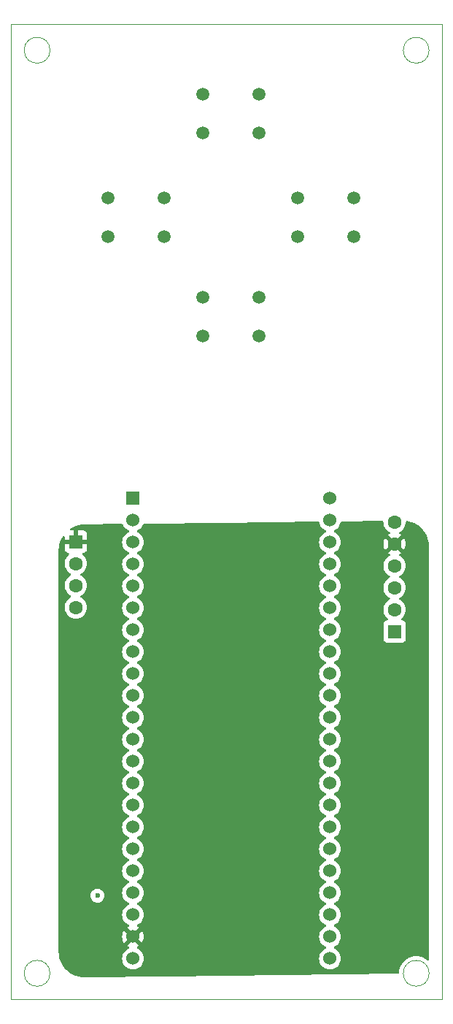
<source format=gbr>
%TF.GenerationSoftware,KiCad,Pcbnew,8.0.6*%
%TF.CreationDate,2024-11-20T17:32:44-08:00*%
%TF.ProjectId,hardware_password,68617264-7761-4726-955f-70617373776f,rev?*%
%TF.SameCoordinates,Original*%
%TF.FileFunction,Copper,L3,Inr*%
%TF.FilePolarity,Positive*%
%FSLAX46Y46*%
G04 Gerber Fmt 4.6, Leading zero omitted, Abs format (unit mm)*
G04 Created by KiCad (PCBNEW 8.0.6) date 2024-11-20 17:32:44*
%MOMM*%
%LPD*%
G01*
G04 APERTURE LIST*
%TA.AperFunction,ComponentPad*%
%ADD10C,1.507998*%
%TD*%
%TA.AperFunction,ComponentPad*%
%ADD11R,1.605000X1.605000*%
%TD*%
%TA.AperFunction,ComponentPad*%
%ADD12C,1.605000*%
%TD*%
%TA.AperFunction,ComponentPad*%
%ADD13R,1.530000X1.530000*%
%TD*%
%TA.AperFunction,ComponentPad*%
%ADD14C,1.530000*%
%TD*%
%TA.AperFunction,ViaPad*%
%ADD15C,0.600000*%
%TD*%
%TA.AperFunction,Conductor*%
%ADD16C,0.200000*%
%TD*%
%TA.AperFunction,Profile*%
%ADD17C,0.100000*%
%TD*%
G04 APERTURE END LIST*
D10*
%TO.N,/IO10*%
%TO.C,SW2*%
X110249999Y-58604900D03*
X116750001Y-58604900D03*
%TO.N,GND*%
X110249999Y-63104901D03*
X116750001Y-63104901D03*
%TD*%
D11*
%TO.N,/5V*%
%TO.C,J1*%
X95500000Y-110460000D03*
D12*
%TO.N,/SDA*%
X95500000Y-113000000D03*
%TO.N,/SCL*%
X95500000Y-115540000D03*
%TO.N,GND*%
X95500000Y-118080000D03*
%TD*%
D13*
%TO.N,Net-(U1-3V3-PadJ1_1)*%
%TO.C,U1*%
X102140000Y-105440000D03*
D14*
X102140000Y-107980000D03*
%TO.N,unconnected-(U1-RST-PadJ1_3)*%
X102140000Y-110520000D03*
%TO.N,/SDA*%
X102140000Y-113060000D03*
%TO.N,/SCL*%
X102140000Y-115600000D03*
%TO.N,unconnected-(U1-GPIO6-PadJ1_6)*%
X102140000Y-118140000D03*
%TO.N,unconnected-(U1-GPIO7-PadJ1_7)*%
X102140000Y-120680000D03*
%TO.N,/IO15*%
X102140000Y-123220000D03*
%TO.N,unconnected-(U1-GPIO16-PadJ1_9)*%
X102140000Y-125760000D03*
%TO.N,unconnected-(U1-GPIO17-PadJ1_10)*%
X102140000Y-128300000D03*
%TO.N,unconnected-(U1-GPIO18-PadJ1_11)*%
X102140000Y-130840000D03*
%TO.N,unconnected-(U1-GPIO8-PadJ1_12)*%
X102140000Y-133380000D03*
%TO.N,unconnected-(U1-GPIO3-PadJ1_13)*%
X102140000Y-135920000D03*
%TO.N,unconnected-(U1-GPIO46-PadJ1_14)*%
X102140000Y-138460000D03*
%TO.N,unconnected-(U1-GPIO9-PadJ1_15)*%
X102140000Y-141000000D03*
%TO.N,/IO10*%
X102140000Y-143540000D03*
%TO.N,unconnected-(U1-GPIO11-PadJ1_17)*%
X102140000Y-146080000D03*
%TO.N,unconnected-(U1-GPIO12-PadJ1_18)*%
X102140000Y-148620000D03*
%TO.N,/IO13*%
X102140000Y-151160000D03*
%TO.N,/IO14*%
X102140000Y-153700000D03*
%TO.N,/5V*%
X102140000Y-156240000D03*
%TO.N,GND*%
X102140000Y-158780000D03*
X125000000Y-105440000D03*
%TO.N,unconnected-(U1-U0TXD{slash}GPIO43-PadJ3_2)*%
X125000000Y-107980000D03*
%TO.N,unconnected-(U1-U0RXD{slash}GPIO44-PadJ3_3)*%
X125000000Y-110520000D03*
%TO.N,/MISO*%
X125000000Y-113060000D03*
%TO.N,/MOSI*%
X125000000Y-115600000D03*
%TO.N,/SCK*%
X125000000Y-118140000D03*
%TO.N,/CS*%
X125000000Y-120680000D03*
%TO.N,unconnected-(U1-MTDO{slash}GPIO40-PadJ3_8)*%
X125000000Y-123220000D03*
%TO.N,unconnected-(U1-MTCK{slash}GPIO39-PadJ3_9)*%
X125000000Y-125760000D03*
%TO.N,unconnected-(U1-GPIO38-PadJ3_10)*%
X125000000Y-128300000D03*
%TO.N,unconnected-(U1-GPIO37-PadJ3_11)*%
X125000000Y-130840000D03*
%TO.N,unconnected-(U1-GPIO36-PadJ3_12)*%
X125000000Y-133380000D03*
%TO.N,unconnected-(U1-GPIO35-PadJ3_13)*%
X125000000Y-135920000D03*
%TO.N,unconnected-(U1-GPIO0-PadJ3_14)*%
X125000000Y-138460000D03*
%TO.N,unconnected-(U1-GPIO45-PadJ3_15)*%
X125000000Y-141000000D03*
%TO.N,unconnected-(U1-GPIO48-PadJ3_16)*%
X125000000Y-143540000D03*
%TO.N,unconnected-(U1-GPIO47-PadJ3_17)*%
X125000000Y-146080000D03*
%TO.N,unconnected-(U1-GPIO21-PadJ3_18)*%
X125000000Y-148620000D03*
%TO.N,unconnected-(U1-USB_D+{slash}GPIO20-PadJ3_19)*%
X125000000Y-151160000D03*
%TO.N,unconnected-(U1-USB_D-{slash}GPIO19-PadJ3_20)*%
X125000000Y-153700000D03*
%TO.N,GND*%
X125000000Y-156240000D03*
X125000000Y-158780000D03*
%TD*%
D10*
%TO.N,/IO13*%
%TO.C,SW4*%
X110249999Y-82104900D03*
X116750001Y-82104900D03*
%TO.N,GND*%
X110249999Y-86604901D03*
X116750001Y-86604901D03*
%TD*%
D11*
%TO.N,/CS*%
%TO.C,J2*%
X132500000Y-120879000D03*
D12*
%TO.N,/SCK*%
X132500000Y-118339000D03*
%TO.N,/MOSI*%
X132500000Y-115799000D03*
%TO.N,/MISO*%
X132500000Y-113259000D03*
%TO.N,/5V*%
X132500000Y-110719000D03*
%TO.N,GND*%
X132500000Y-108179000D03*
%TD*%
D10*
%TO.N,/IO14*%
%TO.C,SW1*%
X121249999Y-70604900D03*
X127750001Y-70604900D03*
%TO.N,GND*%
X121249999Y-75104901D03*
X127750001Y-75104901D03*
%TD*%
%TO.N,/IO15*%
%TO.C,SW3*%
X99249999Y-70604900D03*
X105750001Y-70604900D03*
%TO.N,GND*%
X99249999Y-75104901D03*
X105750001Y-75104901D03*
%TD*%
D15*
%TO.N,GND*%
X98000000Y-151500000D03*
%TD*%
D16*
%TO.N,/IO14*%
X121104900Y-70604900D02*
X121249999Y-70749999D01*
X121249999Y-70604900D02*
X121104900Y-70604900D01*
%TD*%
%TA.AperFunction,Conductor*%
%TO.N,/5V*%
G36*
X131134085Y-108082079D02*
G01*
X131180451Y-108134348D01*
X131191791Y-108176359D01*
X131211893Y-108406123D01*
X131211894Y-108406129D01*
X131270902Y-108626349D01*
X131270903Y-108626351D01*
X131270904Y-108626354D01*
X131338175Y-108770618D01*
X131367259Y-108832989D01*
X131367261Y-108832993D01*
X131498027Y-109019746D01*
X131498032Y-109019752D01*
X131659247Y-109180967D01*
X131659253Y-109180972D01*
X131846006Y-109311738D01*
X131846008Y-109311739D01*
X131846011Y-109311741D01*
X131877184Y-109326277D01*
X131899950Y-109336893D01*
X131952390Y-109383065D01*
X131971542Y-109450258D01*
X131951327Y-109517139D01*
X131899953Y-109561656D01*
X131846268Y-109586690D01*
X131772732Y-109638179D01*
X132342013Y-110207459D01*
X132293498Y-110220460D01*
X132171503Y-110290894D01*
X132071894Y-110390503D01*
X132001460Y-110512498D01*
X131988460Y-110561013D01*
X131419179Y-109991732D01*
X131367691Y-110065267D01*
X131271376Y-110271815D01*
X131271372Y-110271824D01*
X131212388Y-110491956D01*
X131212388Y-110491960D01*
X131192525Y-110718997D01*
X131192525Y-110719002D01*
X131212388Y-110946039D01*
X131212388Y-110946043D01*
X131271372Y-111166175D01*
X131271376Y-111166184D01*
X131367692Y-111372736D01*
X131367693Y-111372738D01*
X131419178Y-111446266D01*
X131419179Y-111446267D01*
X131988459Y-110876986D01*
X132001460Y-110925502D01*
X132071894Y-111047497D01*
X132171503Y-111147106D01*
X132293498Y-111217540D01*
X132342012Y-111230539D01*
X131772731Y-111799820D01*
X131846268Y-111851310D01*
X131899950Y-111876342D01*
X131952390Y-111922514D01*
X131971542Y-111989707D01*
X131951327Y-112056588D01*
X131899952Y-112101105D01*
X131846018Y-112126255D01*
X131846011Y-112126259D01*
X131659246Y-112257032D01*
X131498032Y-112418246D01*
X131367259Y-112605011D01*
X131367258Y-112605013D01*
X131270905Y-112811642D01*
X131211894Y-113031870D01*
X131211893Y-113031877D01*
X131192023Y-113258998D01*
X131192023Y-113259001D01*
X131211893Y-113486122D01*
X131211894Y-113486129D01*
X131270902Y-113706349D01*
X131270903Y-113706351D01*
X131270904Y-113706354D01*
X131333572Y-113840746D01*
X131367259Y-113912989D01*
X131367261Y-113912993D01*
X131498027Y-114099746D01*
X131498032Y-114099752D01*
X131659247Y-114260967D01*
X131659253Y-114260972D01*
X131846006Y-114391738D01*
X131846008Y-114391739D01*
X131846011Y-114391741D01*
X131879290Y-114407259D01*
X131899360Y-114416618D01*
X131951800Y-114462790D01*
X131970952Y-114529983D01*
X131950737Y-114596865D01*
X131899361Y-114641382D01*
X131846013Y-114666258D01*
X131846011Y-114666259D01*
X131659246Y-114797032D01*
X131498032Y-114958246D01*
X131367259Y-115145011D01*
X131367258Y-115145013D01*
X131270905Y-115351642D01*
X131211894Y-115571870D01*
X131211893Y-115571877D01*
X131192023Y-115798998D01*
X131192023Y-115799001D01*
X131211893Y-116026122D01*
X131211894Y-116026129D01*
X131270902Y-116246349D01*
X131270903Y-116246351D01*
X131270904Y-116246354D01*
X131333572Y-116380746D01*
X131367259Y-116452989D01*
X131367261Y-116452993D01*
X131498027Y-116639746D01*
X131498032Y-116639752D01*
X131659247Y-116800967D01*
X131659253Y-116800972D01*
X131846006Y-116931738D01*
X131846008Y-116931739D01*
X131846011Y-116931741D01*
X131879290Y-116947259D01*
X131899360Y-116956618D01*
X131951800Y-117002790D01*
X131970952Y-117069983D01*
X131950737Y-117136865D01*
X131899361Y-117181382D01*
X131846013Y-117206258D01*
X131846011Y-117206259D01*
X131659246Y-117337032D01*
X131498032Y-117498246D01*
X131367259Y-117685011D01*
X131367258Y-117685013D01*
X131270905Y-117891642D01*
X131211894Y-118111870D01*
X131211893Y-118111877D01*
X131192023Y-118338998D01*
X131192023Y-118339001D01*
X131211893Y-118566122D01*
X131211894Y-118566129D01*
X131270902Y-118786349D01*
X131270903Y-118786351D01*
X131270904Y-118786354D01*
X131333572Y-118920746D01*
X131367259Y-118992989D01*
X131367261Y-118992993D01*
X131498027Y-119179746D01*
X131498031Y-119179751D01*
X131659249Y-119340969D01*
X131678258Y-119354279D01*
X131721882Y-119408856D01*
X131729075Y-119478355D01*
X131697553Y-119540709D01*
X131637323Y-119576123D01*
X131620388Y-119579144D01*
X131590016Y-119582409D01*
X131455171Y-119632702D01*
X131455164Y-119632706D01*
X131339955Y-119718952D01*
X131339952Y-119718955D01*
X131253706Y-119834164D01*
X131253702Y-119834171D01*
X131203408Y-119969017D01*
X131197001Y-120028616D01*
X131197001Y-120028623D01*
X131197000Y-120028635D01*
X131197000Y-121729370D01*
X131197001Y-121729376D01*
X131203408Y-121788983D01*
X131253702Y-121923828D01*
X131253706Y-121923835D01*
X131339952Y-122039044D01*
X131339955Y-122039047D01*
X131455164Y-122125293D01*
X131455171Y-122125297D01*
X131590017Y-122175591D01*
X131590016Y-122175591D01*
X131596944Y-122176335D01*
X131649627Y-122182000D01*
X133350372Y-122181999D01*
X133409983Y-122175591D01*
X133544831Y-122125296D01*
X133660046Y-122039046D01*
X133746296Y-121923831D01*
X133796591Y-121788983D01*
X133803000Y-121729373D01*
X133802999Y-120028628D01*
X133796591Y-119969017D01*
X133757215Y-119863445D01*
X133746297Y-119834171D01*
X133746293Y-119834164D01*
X133660047Y-119718955D01*
X133660044Y-119718952D01*
X133544835Y-119632706D01*
X133544828Y-119632702D01*
X133409982Y-119582408D01*
X133409984Y-119582408D01*
X133379609Y-119579143D01*
X133315058Y-119552405D01*
X133275210Y-119495012D01*
X133272717Y-119425187D01*
X133308370Y-119365098D01*
X133321742Y-119354279D01*
X133340751Y-119340969D01*
X133501969Y-119179751D01*
X133632741Y-118992989D01*
X133729096Y-118786354D01*
X133788106Y-118566128D01*
X133807977Y-118339000D01*
X133788106Y-118111872D01*
X133729096Y-117891646D01*
X133632741Y-117685012D01*
X133567355Y-117591630D01*
X133501970Y-117498250D01*
X133429731Y-117426011D01*
X133340751Y-117337031D01*
X133340747Y-117337028D01*
X133340746Y-117337027D01*
X133153993Y-117206261D01*
X133153985Y-117206257D01*
X133100640Y-117181382D01*
X133048200Y-117135210D01*
X133029048Y-117068017D01*
X133049263Y-117001135D01*
X133100640Y-116956618D01*
X133105021Y-116954574D01*
X133153989Y-116931741D01*
X133340751Y-116800969D01*
X133501969Y-116639751D01*
X133632741Y-116452989D01*
X133729096Y-116246354D01*
X133788106Y-116026128D01*
X133807977Y-115799000D01*
X133788106Y-115571872D01*
X133729096Y-115351646D01*
X133632741Y-115145012D01*
X133567355Y-115051630D01*
X133501970Y-114958250D01*
X133429731Y-114886011D01*
X133340751Y-114797031D01*
X133340747Y-114797028D01*
X133340746Y-114797027D01*
X133153993Y-114666261D01*
X133153985Y-114666257D01*
X133100640Y-114641382D01*
X133048200Y-114595210D01*
X133029048Y-114528017D01*
X133049263Y-114461135D01*
X133100640Y-114416618D01*
X133105021Y-114414574D01*
X133153989Y-114391741D01*
X133340751Y-114260969D01*
X133501969Y-114099751D01*
X133632741Y-113912989D01*
X133729096Y-113706354D01*
X133788106Y-113486128D01*
X133807977Y-113259000D01*
X133788106Y-113031872D01*
X133729096Y-112811646D01*
X133632741Y-112605012D01*
X133567355Y-112511630D01*
X133501970Y-112418250D01*
X133429731Y-112346011D01*
X133340751Y-112257031D01*
X133340747Y-112257028D01*
X133340746Y-112257027D01*
X133153993Y-112126261D01*
X133153989Y-112126259D01*
X133100048Y-112101106D01*
X133047609Y-112054934D01*
X133028457Y-111987740D01*
X133048673Y-111920859D01*
X133100050Y-111876341D01*
X133153737Y-111851306D01*
X133227267Y-111799820D01*
X132657987Y-111230539D01*
X132706502Y-111217540D01*
X132828497Y-111147106D01*
X132928106Y-111047497D01*
X132998540Y-110925502D01*
X133011539Y-110876986D01*
X133580820Y-111446267D01*
X133632307Y-111372737D01*
X133728623Y-111166184D01*
X133728627Y-111166175D01*
X133787611Y-110946043D01*
X133787611Y-110946039D01*
X133807475Y-110719002D01*
X133807475Y-110718997D01*
X133787611Y-110491960D01*
X133787611Y-110491956D01*
X133728627Y-110271824D01*
X133728623Y-110271815D01*
X133632307Y-110065263D01*
X133632305Y-110065259D01*
X133580820Y-109991732D01*
X133011539Y-110561012D01*
X132998540Y-110512498D01*
X132928106Y-110390503D01*
X132828497Y-110290894D01*
X132706502Y-110220460D01*
X132657986Y-110207460D01*
X133227267Y-109638179D01*
X133227266Y-109638178D01*
X133153738Y-109586693D01*
X133153736Y-109586692D01*
X133100048Y-109561657D01*
X133047609Y-109515484D01*
X133028457Y-109448291D01*
X133048673Y-109381410D01*
X133100047Y-109336894D01*
X133153989Y-109311741D01*
X133340751Y-109180969D01*
X133501969Y-109019751D01*
X133632741Y-108832989D01*
X133729096Y-108626354D01*
X133788106Y-108406128D01*
X133807407Y-108185514D01*
X133832859Y-108120446D01*
X133889450Y-108079467D01*
X133950432Y-108073865D01*
X134131455Y-108102692D01*
X134145142Y-108105673D01*
X134458169Y-108192626D01*
X134471422Y-108197127D01*
X134772666Y-108318840D01*
X134785313Y-108324801D01*
X134930838Y-108403738D01*
X135070896Y-108479709D01*
X135082812Y-108487073D01*
X135349097Y-108673199D01*
X135360107Y-108681861D01*
X135603692Y-108896828D01*
X135613655Y-108906675D01*
X135831441Y-109147745D01*
X135840230Y-109158654D01*
X136027362Y-109419857D01*
X136029437Y-109422752D01*
X136036936Y-109434577D01*
X136045679Y-109450258D01*
X136195148Y-109718332D01*
X136201268Y-109730932D01*
X136326470Y-110030728D01*
X136331129Y-110043939D01*
X136421714Y-110355927D01*
X136424854Y-110369579D01*
X136479673Y-110689802D01*
X136481253Y-110703721D01*
X136499802Y-111031587D01*
X136500000Y-111038591D01*
X136500000Y-158876231D01*
X136480315Y-158943270D01*
X136427511Y-158989025D01*
X136358353Y-158998969D01*
X136301690Y-158975498D01*
X136084317Y-158812775D01*
X136084309Y-158812770D01*
X135833166Y-158675635D01*
X135833167Y-158675635D01*
X135711941Y-158630420D01*
X135565046Y-158575631D01*
X135565043Y-158575630D01*
X135565037Y-158575628D01*
X135285433Y-158514804D01*
X135000001Y-158494390D01*
X134999999Y-158494390D01*
X134714566Y-158514804D01*
X134434962Y-158575628D01*
X134166833Y-158675635D01*
X133915690Y-158812770D01*
X133915682Y-158812775D01*
X133686612Y-158984254D01*
X133686594Y-158984270D01*
X133484270Y-159186594D01*
X133484254Y-159186612D01*
X133312775Y-159415682D01*
X133312770Y-159415690D01*
X133175635Y-159666833D01*
X133075628Y-159934962D01*
X133014804Y-160214566D01*
X132999612Y-160426976D01*
X132975195Y-160492441D01*
X132919261Y-160534312D01*
X132877370Y-160542122D01*
X112895474Y-160774470D01*
X106020423Y-160854413D01*
X96538351Y-160964669D01*
X96531384Y-160964553D01*
X96426096Y-160959824D01*
X96203321Y-160949817D01*
X96189384Y-160948399D01*
X95868544Y-160897307D01*
X95854857Y-160894326D01*
X95541830Y-160807373D01*
X95528566Y-160802868D01*
X95227341Y-160681162D01*
X95214681Y-160675195D01*
X94929103Y-160520290D01*
X94917187Y-160512926D01*
X94650902Y-160326800D01*
X94639892Y-160318138D01*
X94396307Y-160103171D01*
X94386344Y-160093324D01*
X94347506Y-160050334D01*
X94168555Y-159852250D01*
X94159773Y-159841349D01*
X93970560Y-159577242D01*
X93963058Y-159565412D01*
X93804851Y-159281667D01*
X93798731Y-159269067D01*
X93687432Y-159002562D01*
X93673527Y-158969268D01*
X93668870Y-158956060D01*
X93578283Y-158644066D01*
X93575145Y-158630420D01*
X93520324Y-158310186D01*
X93518747Y-158296290D01*
X93500198Y-157968412D01*
X93500000Y-157961408D01*
X93500000Y-151499996D01*
X97194435Y-151499996D01*
X97194435Y-151500003D01*
X97214630Y-151679249D01*
X97214631Y-151679254D01*
X97274211Y-151849523D01*
X97354031Y-151976555D01*
X97370184Y-152002262D01*
X97497738Y-152129816D01*
X97650478Y-152225789D01*
X97748656Y-152260143D01*
X97820745Y-152285368D01*
X97820750Y-152285369D01*
X97999996Y-152305565D01*
X98000000Y-152305565D01*
X98000004Y-152305565D01*
X98179249Y-152285369D01*
X98179252Y-152285368D01*
X98179255Y-152285368D01*
X98349522Y-152225789D01*
X98502262Y-152129816D01*
X98629816Y-152002262D01*
X98725789Y-151849522D01*
X98785368Y-151679255D01*
X98794920Y-151594480D01*
X98805565Y-151500003D01*
X98805565Y-151499996D01*
X98785369Y-151320750D01*
X98785368Y-151320745D01*
X98725788Y-151150476D01*
X98629815Y-150997737D01*
X98502262Y-150870184D01*
X98349523Y-150774211D01*
X98179254Y-150714631D01*
X98179249Y-150714630D01*
X98000004Y-150694435D01*
X97999996Y-150694435D01*
X97820750Y-150714630D01*
X97820745Y-150714631D01*
X97650476Y-150774211D01*
X97497737Y-150870184D01*
X97370184Y-150997737D01*
X97274211Y-151150476D01*
X97214631Y-151320745D01*
X97214630Y-151320750D01*
X97194435Y-151499996D01*
X93500000Y-151499996D01*
X93500000Y-111468775D01*
X93500192Y-111461874D01*
X93501062Y-111446266D01*
X93518200Y-111138797D01*
X93519734Y-111125086D01*
X93572963Y-110809419D01*
X93576007Y-110795981D01*
X93663991Y-110488182D01*
X93668515Y-110475150D01*
X93717493Y-110355927D01*
X93790161Y-110179038D01*
X93796103Y-110166594D01*
X93949904Y-109885839D01*
X93957186Y-109874142D01*
X93972046Y-109852995D01*
X94026696Y-109809463D01*
X94096206Y-109802388D01*
X94158508Y-109834015D01*
X94193820Y-109894305D01*
X94197500Y-109924291D01*
X94197500Y-110210000D01*
X95026574Y-110210000D01*
X95001460Y-110253498D01*
X94965000Y-110389566D01*
X94965000Y-110530434D01*
X95001460Y-110666502D01*
X95026574Y-110710000D01*
X94197500Y-110710000D01*
X94197500Y-111310344D01*
X94203901Y-111369872D01*
X94203903Y-111369879D01*
X94254145Y-111504586D01*
X94254149Y-111504593D01*
X94340309Y-111619687D01*
X94340312Y-111619690D01*
X94455406Y-111705850D01*
X94455413Y-111705854D01*
X94590120Y-111756096D01*
X94590119Y-111756096D01*
X94621014Y-111759418D01*
X94685565Y-111786156D01*
X94725413Y-111843548D01*
X94727907Y-111913374D01*
X94692255Y-111973463D01*
X94678884Y-111984282D01*
X94659245Y-111998033D01*
X94498032Y-112159246D01*
X94367259Y-112346011D01*
X94367258Y-112346013D01*
X94270905Y-112552642D01*
X94211894Y-112772870D01*
X94211893Y-112772877D01*
X94192023Y-112999998D01*
X94192023Y-113000001D01*
X94211893Y-113227122D01*
X94211894Y-113227129D01*
X94270902Y-113447349D01*
X94270903Y-113447351D01*
X94270904Y-113447354D01*
X94292882Y-113494486D01*
X94367259Y-113653989D01*
X94367261Y-113653993D01*
X94498027Y-113840746D01*
X94498032Y-113840752D01*
X94659247Y-114001967D01*
X94659253Y-114001972D01*
X94846006Y-114132738D01*
X94846008Y-114132739D01*
X94846011Y-114132741D01*
X94890688Y-114153574D01*
X94899360Y-114157618D01*
X94951800Y-114203790D01*
X94970952Y-114270983D01*
X94950737Y-114337865D01*
X94899361Y-114382382D01*
X94846013Y-114407258D01*
X94846011Y-114407259D01*
X94659246Y-114538032D01*
X94498032Y-114699246D01*
X94367259Y-114886011D01*
X94367258Y-114886013D01*
X94270905Y-115092642D01*
X94211894Y-115312870D01*
X94211893Y-115312877D01*
X94192023Y-115539998D01*
X94192023Y-115540001D01*
X94211893Y-115767122D01*
X94211894Y-115767129D01*
X94270902Y-115987349D01*
X94270903Y-115987351D01*
X94270904Y-115987354D01*
X94292882Y-116034486D01*
X94367259Y-116193989D01*
X94367261Y-116193993D01*
X94498027Y-116380746D01*
X94498032Y-116380752D01*
X94659247Y-116541967D01*
X94659253Y-116541972D01*
X94846006Y-116672738D01*
X94846008Y-116672739D01*
X94846011Y-116672741D01*
X94890688Y-116693574D01*
X94899360Y-116697618D01*
X94951800Y-116743790D01*
X94970952Y-116810983D01*
X94950737Y-116877865D01*
X94899361Y-116922382D01*
X94846013Y-116947258D01*
X94846011Y-116947259D01*
X94659246Y-117078032D01*
X94498032Y-117239246D01*
X94367259Y-117426011D01*
X94367258Y-117426013D01*
X94270905Y-117632642D01*
X94211894Y-117852870D01*
X94211893Y-117852877D01*
X94192023Y-118079998D01*
X94192023Y-118080001D01*
X94211893Y-118307122D01*
X94211894Y-118307129D01*
X94270902Y-118527349D01*
X94270903Y-118527351D01*
X94270904Y-118527354D01*
X94292882Y-118574486D01*
X94367259Y-118733989D01*
X94367261Y-118733993D01*
X94498027Y-118920746D01*
X94498032Y-118920752D01*
X94659247Y-119081967D01*
X94659253Y-119081972D01*
X94846006Y-119212738D01*
X94846008Y-119212739D01*
X94846011Y-119212741D01*
X95052646Y-119309096D01*
X95272872Y-119368106D01*
X95435106Y-119382299D01*
X95499998Y-119387977D01*
X95500000Y-119387977D01*
X95500002Y-119387977D01*
X95556782Y-119383009D01*
X95727128Y-119368106D01*
X95947354Y-119309096D01*
X96153989Y-119212741D01*
X96340751Y-119081969D01*
X96501969Y-118920751D01*
X96632741Y-118733989D01*
X96729096Y-118527354D01*
X96788106Y-118307128D01*
X96807977Y-118080000D01*
X96788106Y-117852872D01*
X96729096Y-117632646D01*
X96632741Y-117426012D01*
X96501969Y-117239249D01*
X96340751Y-117078031D01*
X96340747Y-117078028D01*
X96340746Y-117078027D01*
X96153993Y-116947261D01*
X96153985Y-116947257D01*
X96100640Y-116922382D01*
X96048200Y-116876210D01*
X96029048Y-116809017D01*
X96049263Y-116742135D01*
X96100640Y-116697618D01*
X96105021Y-116695574D01*
X96153989Y-116672741D01*
X96340751Y-116541969D01*
X96501969Y-116380751D01*
X96632741Y-116193989D01*
X96729096Y-115987354D01*
X96788106Y-115767128D01*
X96807977Y-115540000D01*
X96788106Y-115312872D01*
X96729096Y-115092646D01*
X96632741Y-114886012D01*
X96501969Y-114699249D01*
X96340751Y-114538031D01*
X96340747Y-114538028D01*
X96340746Y-114538027D01*
X96153993Y-114407261D01*
X96153985Y-114407257D01*
X96100640Y-114382382D01*
X96048200Y-114336210D01*
X96029048Y-114269017D01*
X96049263Y-114202135D01*
X96100640Y-114157618D01*
X96105021Y-114155574D01*
X96153989Y-114132741D01*
X96340751Y-114001969D01*
X96501969Y-113840751D01*
X96632741Y-113653989D01*
X96729096Y-113447354D01*
X96788106Y-113227128D01*
X96807977Y-113000000D01*
X96788106Y-112772872D01*
X96729096Y-112552646D01*
X96632741Y-112346012D01*
X96501969Y-112159249D01*
X96340751Y-111998031D01*
X96340747Y-111998028D01*
X96321116Y-111984282D01*
X96277492Y-111929705D01*
X96270300Y-111860206D01*
X96301823Y-111797852D01*
X96362053Y-111762439D01*
X96378986Y-111759418D01*
X96409880Y-111756096D01*
X96544586Y-111705854D01*
X96544593Y-111705850D01*
X96659687Y-111619690D01*
X96659690Y-111619687D01*
X96745850Y-111504593D01*
X96745854Y-111504586D01*
X96796096Y-111369879D01*
X96796098Y-111369872D01*
X96802499Y-111310344D01*
X96802500Y-111310327D01*
X96802500Y-110710000D01*
X95973426Y-110710000D01*
X95998540Y-110666502D01*
X96035000Y-110530434D01*
X96035000Y-110389566D01*
X95998540Y-110253498D01*
X95973426Y-110210000D01*
X96802500Y-110210000D01*
X96802500Y-109609672D01*
X96802499Y-109609655D01*
X96796098Y-109550127D01*
X96796096Y-109550120D01*
X96745854Y-109415413D01*
X96745850Y-109415406D01*
X96659690Y-109300312D01*
X96659687Y-109300309D01*
X96544593Y-109214149D01*
X96544586Y-109214145D01*
X96409879Y-109163903D01*
X96409872Y-109163901D01*
X96350344Y-109157500D01*
X95750000Y-109157500D01*
X95750000Y-109986573D01*
X95706502Y-109961460D01*
X95570434Y-109925000D01*
X95429566Y-109925000D01*
X95293498Y-109961460D01*
X95250000Y-109986573D01*
X95250000Y-109157500D01*
X94966576Y-109157500D01*
X94899537Y-109137815D01*
X94853782Y-109085011D01*
X94843838Y-109015853D01*
X94872863Y-108952297D01*
X94905740Y-108925449D01*
X94956574Y-108896828D01*
X95169931Y-108776702D01*
X95182300Y-108770618D01*
X95476971Y-108645540D01*
X95489955Y-108640864D01*
X95796699Y-108549311D01*
X95810118Y-108546106D01*
X96125157Y-108489207D01*
X96138825Y-108487518D01*
X96461698Y-108465752D01*
X96468526Y-108465482D01*
X100865778Y-108414351D01*
X100933038Y-108433254D01*
X100979404Y-108485523D01*
X100979598Y-108485938D01*
X101039858Y-108615167D01*
X101166868Y-108796555D01*
X101323445Y-108953132D01*
X101504833Y-109080142D01*
X101515275Y-109085011D01*
X101628091Y-109137618D01*
X101680531Y-109183790D01*
X101699683Y-109250983D01*
X101679467Y-109317865D01*
X101628091Y-109362382D01*
X101504836Y-109419856D01*
X101504834Y-109419857D01*
X101323444Y-109546868D01*
X101166868Y-109703444D01*
X101039857Y-109884834D01*
X101039856Y-109884836D01*
X100946279Y-110085513D01*
X100946275Y-110085524D01*
X100888965Y-110299407D01*
X100888964Y-110299414D01*
X100869666Y-110519998D01*
X100869666Y-110520001D01*
X100888964Y-110740585D01*
X100888965Y-110740592D01*
X100946275Y-110954475D01*
X100946279Y-110954486D01*
X101036099Y-111147106D01*
X101039858Y-111155167D01*
X101166868Y-111336555D01*
X101323445Y-111493132D01*
X101504833Y-111620142D01*
X101566828Y-111649050D01*
X101628091Y-111677618D01*
X101680531Y-111723790D01*
X101699683Y-111790983D01*
X101679467Y-111857865D01*
X101628091Y-111902382D01*
X101504836Y-111959856D01*
X101504834Y-111959857D01*
X101323444Y-112086868D01*
X101166868Y-112243444D01*
X101039857Y-112424834D01*
X101039856Y-112424836D01*
X100946279Y-112625513D01*
X100946275Y-112625524D01*
X100888965Y-112839407D01*
X100888964Y-112839414D01*
X100869666Y-113059998D01*
X100869666Y-113060001D01*
X100888964Y-113280585D01*
X100888965Y-113280592D01*
X100946275Y-113494475D01*
X100946279Y-113494486D01*
X101020658Y-113653993D01*
X101039858Y-113695167D01*
X101166868Y-113876555D01*
X101323445Y-114033132D01*
X101504833Y-114160142D01*
X101566828Y-114189050D01*
X101628091Y-114217618D01*
X101680531Y-114263790D01*
X101699683Y-114330983D01*
X101679467Y-114397865D01*
X101628091Y-114442382D01*
X101504836Y-114499856D01*
X101504834Y-114499857D01*
X101323444Y-114626868D01*
X101166868Y-114783444D01*
X101039857Y-114964834D01*
X101039856Y-114964836D01*
X100946279Y-115165513D01*
X100946275Y-115165524D01*
X100888965Y-115379407D01*
X100888964Y-115379414D01*
X100869666Y-115599998D01*
X100869666Y-115600001D01*
X100888964Y-115820585D01*
X100888965Y-115820592D01*
X100946275Y-116034475D01*
X100946279Y-116034486D01*
X101020658Y-116193993D01*
X101039858Y-116235167D01*
X101166868Y-116416555D01*
X101323445Y-116573132D01*
X101504833Y-116700142D01*
X101566828Y-116729050D01*
X101628091Y-116757618D01*
X101680531Y-116803790D01*
X101699683Y-116870983D01*
X101679467Y-116937865D01*
X101628091Y-116982382D01*
X101504836Y-117039856D01*
X101504834Y-117039857D01*
X101323444Y-117166868D01*
X101166868Y-117323444D01*
X101039857Y-117504834D01*
X101039856Y-117504836D01*
X100946279Y-117705513D01*
X100946275Y-117705524D01*
X100888965Y-117919407D01*
X100888964Y-117919414D01*
X100869666Y-118139998D01*
X100869666Y-118140001D01*
X100888964Y-118360585D01*
X100888965Y-118360592D01*
X100946275Y-118574475D01*
X100946279Y-118574486D01*
X101020658Y-118733993D01*
X101039858Y-118775167D01*
X101166868Y-118956555D01*
X101323445Y-119113132D01*
X101504833Y-119240142D01*
X101566828Y-119269050D01*
X101628091Y-119297618D01*
X101680531Y-119343790D01*
X101699683Y-119410983D01*
X101679467Y-119477865D01*
X101628091Y-119522382D01*
X101504836Y-119579856D01*
X101504834Y-119579857D01*
X101323444Y-119706868D01*
X101166868Y-119863444D01*
X101039857Y-120044834D01*
X101039856Y-120044836D01*
X100946279Y-120245513D01*
X100946275Y-120245524D01*
X100888965Y-120459407D01*
X100888964Y-120459414D01*
X100869666Y-120679998D01*
X100869666Y-120680001D01*
X100888964Y-120900585D01*
X100888965Y-120900592D01*
X100946275Y-121114475D01*
X100946279Y-121114486D01*
X101039856Y-121315163D01*
X101039858Y-121315167D01*
X101166868Y-121496555D01*
X101323445Y-121653132D01*
X101504833Y-121780142D01*
X101523791Y-121788982D01*
X101628091Y-121837618D01*
X101680531Y-121883790D01*
X101699683Y-121950983D01*
X101679467Y-122017865D01*
X101628091Y-122062382D01*
X101504836Y-122119856D01*
X101504834Y-122119857D01*
X101323444Y-122246868D01*
X101166868Y-122403444D01*
X101039857Y-122584834D01*
X101039856Y-122584836D01*
X100946279Y-122785513D01*
X100946275Y-122785524D01*
X100888965Y-122999407D01*
X100888964Y-122999414D01*
X100869666Y-123219998D01*
X100869666Y-123220001D01*
X100888964Y-123440585D01*
X100888965Y-123440592D01*
X100946275Y-123654475D01*
X100946279Y-123654486D01*
X101039856Y-123855163D01*
X101039858Y-123855167D01*
X101166868Y-124036555D01*
X101323445Y-124193132D01*
X101504833Y-124320142D01*
X101566828Y-124349050D01*
X101628091Y-124377618D01*
X101680531Y-124423790D01*
X101699683Y-124490983D01*
X101679467Y-124557865D01*
X101628091Y-124602382D01*
X101504836Y-124659856D01*
X101504834Y-124659857D01*
X101323444Y-124786868D01*
X101166868Y-124943444D01*
X101039857Y-125124834D01*
X101039856Y-125124836D01*
X100946279Y-125325513D01*
X100946275Y-125325524D01*
X100888965Y-125539407D01*
X100888964Y-125539414D01*
X100869666Y-125759998D01*
X100869666Y-125760001D01*
X100888964Y-125980585D01*
X100888965Y-125980592D01*
X100946275Y-126194475D01*
X100946279Y-126194486D01*
X101039856Y-126395163D01*
X101039858Y-126395167D01*
X101166868Y-126576555D01*
X101323445Y-126733132D01*
X101504833Y-126860142D01*
X101566828Y-126889050D01*
X101628091Y-126917618D01*
X101680531Y-126963790D01*
X101699683Y-127030983D01*
X101679467Y-127097865D01*
X101628091Y-127142382D01*
X101504836Y-127199856D01*
X101504834Y-127199857D01*
X101323444Y-127326868D01*
X101166868Y-127483444D01*
X101039857Y-127664834D01*
X101039856Y-127664836D01*
X100946279Y-127865513D01*
X100946275Y-127865524D01*
X100888965Y-128079407D01*
X100888964Y-128079414D01*
X100869666Y-128299998D01*
X100869666Y-128300001D01*
X100888964Y-128520585D01*
X100888965Y-128520592D01*
X100946275Y-128734475D01*
X100946279Y-128734486D01*
X101039856Y-128935163D01*
X101039858Y-128935167D01*
X101166868Y-129116555D01*
X101323445Y-129273132D01*
X101504833Y-129400142D01*
X101566828Y-129429050D01*
X101628091Y-129457618D01*
X101680531Y-129503790D01*
X101699683Y-129570983D01*
X101679467Y-129637865D01*
X101628091Y-129682382D01*
X101504836Y-129739856D01*
X101504834Y-129739857D01*
X101323444Y-129866868D01*
X101166868Y-130023444D01*
X101039857Y-130204834D01*
X101039856Y-130204836D01*
X100946279Y-130405513D01*
X100946275Y-130405524D01*
X100888965Y-130619407D01*
X100888964Y-130619414D01*
X100869666Y-130839998D01*
X100869666Y-130840001D01*
X100888964Y-131060585D01*
X100888965Y-131060592D01*
X100946275Y-131274475D01*
X100946279Y-131274486D01*
X101039856Y-131475163D01*
X101039858Y-131475167D01*
X101166868Y-131656555D01*
X101323445Y-131813132D01*
X101504833Y-131940142D01*
X101566828Y-131969050D01*
X101628091Y-131997618D01*
X101680531Y-132043790D01*
X101699683Y-132110983D01*
X101679467Y-132177865D01*
X101628091Y-132222382D01*
X101504836Y-132279856D01*
X101504834Y-132279857D01*
X101323444Y-132406868D01*
X101166868Y-132563444D01*
X101039857Y-132744834D01*
X101039856Y-132744836D01*
X100946279Y-132945513D01*
X100946275Y-132945524D01*
X100888965Y-133159407D01*
X100888964Y-133159414D01*
X100869666Y-133379998D01*
X100869666Y-133380001D01*
X100888964Y-133600585D01*
X100888965Y-133600592D01*
X100946275Y-133814475D01*
X100946279Y-133814486D01*
X101039856Y-134015163D01*
X101039858Y-134015167D01*
X101166868Y-134196555D01*
X101323445Y-134353132D01*
X101504833Y-134480142D01*
X101566828Y-134509050D01*
X101628091Y-134537618D01*
X101680531Y-134583790D01*
X101699683Y-134650983D01*
X101679467Y-134717865D01*
X101628091Y-134762382D01*
X101504836Y-134819856D01*
X101504834Y-134819857D01*
X101323444Y-134946868D01*
X101166868Y-135103444D01*
X101039857Y-135284834D01*
X101039856Y-135284836D01*
X100946279Y-135485513D01*
X100946275Y-135485524D01*
X100888965Y-135699407D01*
X100888964Y-135699414D01*
X100869666Y-135919998D01*
X100869666Y-135920001D01*
X100888964Y-136140585D01*
X100888965Y-136140592D01*
X100946275Y-136354475D01*
X100946279Y-136354486D01*
X101039856Y-136555163D01*
X101039858Y-136555167D01*
X101166868Y-136736555D01*
X101323445Y-136893132D01*
X101504833Y-137020142D01*
X101566828Y-137049050D01*
X101628091Y-137077618D01*
X101680531Y-137123790D01*
X101699683Y-137190983D01*
X101679467Y-137257865D01*
X101628091Y-137302382D01*
X101504836Y-137359856D01*
X101504834Y-137359857D01*
X101323444Y-137486868D01*
X101166868Y-137643444D01*
X101039857Y-137824834D01*
X101039856Y-137824836D01*
X100946279Y-138025513D01*
X100946275Y-138025524D01*
X100888965Y-138239407D01*
X100888964Y-138239414D01*
X100869666Y-138459998D01*
X100869666Y-138460001D01*
X100888964Y-138680585D01*
X100888965Y-138680592D01*
X100946275Y-138894475D01*
X100946279Y-138894486D01*
X101039856Y-139095163D01*
X101039858Y-139095167D01*
X101166868Y-139276555D01*
X101323445Y-139433132D01*
X101504833Y-139560142D01*
X101566828Y-139589050D01*
X101628091Y-139617618D01*
X101680531Y-139663790D01*
X101699683Y-139730983D01*
X101679467Y-139797865D01*
X101628091Y-139842382D01*
X101504836Y-139899856D01*
X101504834Y-139899857D01*
X101323444Y-140026868D01*
X101166868Y-140183444D01*
X101039857Y-140364834D01*
X101039856Y-140364836D01*
X100946279Y-140565513D01*
X100946275Y-140565524D01*
X100888965Y-140779407D01*
X100888964Y-140779414D01*
X100869666Y-140999998D01*
X100869666Y-141000001D01*
X100888964Y-141220585D01*
X100888965Y-141220592D01*
X100946275Y-141434475D01*
X100946279Y-141434486D01*
X101039856Y-141635163D01*
X101039858Y-141635167D01*
X101166868Y-141816555D01*
X101323445Y-141973132D01*
X101504833Y-142100142D01*
X101566828Y-142129050D01*
X101628091Y-142157618D01*
X101680531Y-142203790D01*
X101699683Y-142270983D01*
X101679467Y-142337865D01*
X101628091Y-142382382D01*
X101504836Y-142439856D01*
X101504834Y-142439857D01*
X101323444Y-142566868D01*
X101166868Y-142723444D01*
X101039857Y-142904834D01*
X101039856Y-142904836D01*
X100946279Y-143105513D01*
X100946275Y-143105524D01*
X100888965Y-143319407D01*
X100888964Y-143319414D01*
X100869666Y-143539998D01*
X100869666Y-143540001D01*
X100888964Y-143760585D01*
X100888965Y-143760592D01*
X100946275Y-143974475D01*
X100946279Y-143974486D01*
X101039856Y-144175163D01*
X101039858Y-144175167D01*
X101166868Y-144356555D01*
X101323445Y-144513132D01*
X101504833Y-144640142D01*
X101566828Y-144669050D01*
X101628091Y-144697618D01*
X101680531Y-144743790D01*
X101699683Y-144810983D01*
X101679467Y-144877865D01*
X101628091Y-144922382D01*
X101504836Y-144979856D01*
X101504834Y-144979857D01*
X101323444Y-145106868D01*
X101166868Y-145263444D01*
X101039857Y-145444834D01*
X101039856Y-145444836D01*
X100946279Y-145645513D01*
X100946275Y-145645524D01*
X100888965Y-145859407D01*
X100888964Y-145859414D01*
X100869666Y-146079998D01*
X100869666Y-146080001D01*
X100888964Y-146300585D01*
X100888965Y-146300592D01*
X100946275Y-146514475D01*
X100946279Y-146514486D01*
X101039856Y-146715163D01*
X101039858Y-146715167D01*
X101166868Y-146896555D01*
X101323445Y-147053132D01*
X101504833Y-147180142D01*
X101566828Y-147209050D01*
X101628091Y-147237618D01*
X101680531Y-147283790D01*
X101699683Y-147350983D01*
X101679467Y-147417865D01*
X101628091Y-147462382D01*
X101504836Y-147519856D01*
X101504834Y-147519857D01*
X101323444Y-147646868D01*
X101166868Y-147803444D01*
X101039857Y-147984834D01*
X101039856Y-147984836D01*
X100946279Y-148185513D01*
X100946275Y-148185524D01*
X100888965Y-148399407D01*
X100888964Y-148399414D01*
X100869666Y-148619998D01*
X100869666Y-148620001D01*
X100888964Y-148840585D01*
X100888965Y-148840592D01*
X100946275Y-149054475D01*
X100946279Y-149054486D01*
X101039856Y-149255163D01*
X101039858Y-149255167D01*
X101166868Y-149436555D01*
X101323445Y-149593132D01*
X101504833Y-149720142D01*
X101566828Y-149749050D01*
X101628091Y-149777618D01*
X101680531Y-149823790D01*
X101699683Y-149890983D01*
X101679467Y-149957865D01*
X101628091Y-150002382D01*
X101504836Y-150059856D01*
X101504834Y-150059857D01*
X101323444Y-150186868D01*
X101166868Y-150343444D01*
X101039857Y-150524834D01*
X101039856Y-150524836D01*
X100946279Y-150725513D01*
X100946275Y-150725524D01*
X100888965Y-150939407D01*
X100888964Y-150939414D01*
X100869666Y-151159998D01*
X100869666Y-151160001D01*
X100888964Y-151380585D01*
X100888965Y-151380592D01*
X100946275Y-151594475D01*
X100946279Y-151594486D01*
X101039856Y-151795163D01*
X101039858Y-151795167D01*
X101166868Y-151976555D01*
X101323445Y-152133132D01*
X101504833Y-152260142D01*
X101558931Y-152285368D01*
X101628091Y-152317618D01*
X101680531Y-152363790D01*
X101699683Y-152430983D01*
X101679467Y-152497865D01*
X101628091Y-152542382D01*
X101504836Y-152599856D01*
X101504834Y-152599857D01*
X101323444Y-152726868D01*
X101166868Y-152883444D01*
X101039857Y-153064834D01*
X101039856Y-153064836D01*
X100946279Y-153265513D01*
X100946275Y-153265524D01*
X100888965Y-153479407D01*
X100888964Y-153479414D01*
X100869666Y-153699998D01*
X100869666Y-153700001D01*
X100888964Y-153920585D01*
X100888965Y-153920592D01*
X100946275Y-154134475D01*
X100946279Y-154134486D01*
X101039856Y-154335163D01*
X101039858Y-154335167D01*
X101166868Y-154516555D01*
X101323445Y-154673132D01*
X101504833Y-154800142D01*
X101628682Y-154857893D01*
X101681122Y-154904065D01*
X101700274Y-154971258D01*
X101680059Y-155038139D01*
X101628683Y-155082657D01*
X101505084Y-155140293D01*
X101439657Y-155186104D01*
X102002424Y-155748871D01*
X101943147Y-155764755D01*
X101826853Y-155831898D01*
X101731898Y-155926853D01*
X101664755Y-156043147D01*
X101648871Y-156102424D01*
X101086104Y-155539657D01*
X101040293Y-155605084D01*
X100946749Y-155805690D01*
X100946745Y-155805699D01*
X100889461Y-156019490D01*
X100889459Y-156019500D01*
X100870168Y-156239999D01*
X100870168Y-156240000D01*
X100889459Y-156460499D01*
X100889461Y-156460509D01*
X100946745Y-156674300D01*
X100946749Y-156674309D01*
X101040295Y-156874919D01*
X101086103Y-156940341D01*
X101086105Y-156940342D01*
X101648871Y-156377575D01*
X101664755Y-156436853D01*
X101731898Y-156553147D01*
X101826853Y-156648102D01*
X101943147Y-156715245D01*
X102002424Y-156731128D01*
X101439656Y-157293894D01*
X101505083Y-157339706D01*
X101505085Y-157339707D01*
X101628683Y-157397342D01*
X101681122Y-157443514D01*
X101700274Y-157510708D01*
X101680058Y-157577589D01*
X101628683Y-157622106D01*
X101504833Y-157679857D01*
X101323444Y-157806868D01*
X101166868Y-157963444D01*
X101039857Y-158144834D01*
X101039856Y-158144836D01*
X100946279Y-158345513D01*
X100946275Y-158345524D01*
X100888965Y-158559407D01*
X100888964Y-158559414D01*
X100869666Y-158779998D01*
X100869666Y-158780001D01*
X100888964Y-159000585D01*
X100888965Y-159000592D01*
X100946275Y-159214475D01*
X100946279Y-159214486D01*
X101039856Y-159415163D01*
X101039858Y-159415167D01*
X101166868Y-159596555D01*
X101323445Y-159753132D01*
X101504833Y-159880142D01*
X101622379Y-159934954D01*
X101705513Y-159973720D01*
X101705515Y-159973720D01*
X101705520Y-159973723D01*
X101919409Y-160031035D01*
X102076974Y-160044820D01*
X102139998Y-160050334D01*
X102140000Y-160050334D01*
X102140002Y-160050334D01*
X102195147Y-160045509D01*
X102360591Y-160031035D01*
X102574480Y-159973723D01*
X102775167Y-159880142D01*
X102956555Y-159753132D01*
X103113132Y-159596555D01*
X103240142Y-159415167D01*
X103333723Y-159214480D01*
X103391035Y-159000591D01*
X103410334Y-158780000D01*
X103391035Y-158559409D01*
X103333723Y-158345520D01*
X103240142Y-158144833D01*
X103113132Y-157963445D01*
X102956555Y-157806868D01*
X102775167Y-157679858D01*
X102775163Y-157679856D01*
X102651317Y-157622106D01*
X102598877Y-157575934D01*
X102579725Y-157508741D01*
X102599941Y-157441859D01*
X102651317Y-157397342D01*
X102774912Y-157339708D01*
X102774914Y-157339707D01*
X102840342Y-157293894D01*
X102277575Y-156731127D01*
X102336853Y-156715245D01*
X102453147Y-156648102D01*
X102548102Y-156553147D01*
X102615245Y-156436853D01*
X102631128Y-156377575D01*
X103193894Y-156940342D01*
X103239706Y-156874915D01*
X103333250Y-156674309D01*
X103333254Y-156674300D01*
X103390538Y-156460509D01*
X103390540Y-156460499D01*
X103409832Y-156240000D01*
X103409832Y-156239999D01*
X103390540Y-156019500D01*
X103390538Y-156019490D01*
X103333254Y-155805699D01*
X103333250Y-155805690D01*
X103239707Y-155605085D01*
X103239706Y-155605083D01*
X103193894Y-155539657D01*
X103193894Y-155539656D01*
X102631127Y-156102423D01*
X102615245Y-156043147D01*
X102548102Y-155926853D01*
X102453147Y-155831898D01*
X102336853Y-155764755D01*
X102277575Y-155748872D01*
X102840342Y-155186105D01*
X102840341Y-155186103D01*
X102774919Y-155140295D01*
X102651316Y-155082657D01*
X102598877Y-155036484D01*
X102579725Y-154969291D01*
X102599941Y-154902410D01*
X102651312Y-154857895D01*
X102775167Y-154800142D01*
X102956555Y-154673132D01*
X103113132Y-154516555D01*
X103240142Y-154335167D01*
X103333723Y-154134480D01*
X103391035Y-153920591D01*
X103410334Y-153700000D01*
X103391035Y-153479409D01*
X103333723Y-153265520D01*
X103240142Y-153064833D01*
X103113132Y-152883445D01*
X102956555Y-152726868D01*
X102775167Y-152599858D01*
X102651907Y-152542381D01*
X102599468Y-152496210D01*
X102580316Y-152429017D01*
X102600531Y-152362136D01*
X102651908Y-152317618D01*
X102677756Y-152305565D01*
X102775167Y-152260142D01*
X102956555Y-152133132D01*
X103113132Y-151976555D01*
X103240142Y-151795167D01*
X103333723Y-151594480D01*
X103391035Y-151380591D01*
X103410334Y-151160000D01*
X103391035Y-150939409D01*
X103333723Y-150725520D01*
X103328645Y-150714631D01*
X103240143Y-150524836D01*
X103240142Y-150524834D01*
X103240142Y-150524833D01*
X103113132Y-150343445D01*
X102956555Y-150186868D01*
X102775167Y-150059858D01*
X102651907Y-150002381D01*
X102599468Y-149956210D01*
X102580316Y-149889017D01*
X102600531Y-149822136D01*
X102651908Y-149777618D01*
X102775167Y-149720142D01*
X102956555Y-149593132D01*
X103113132Y-149436555D01*
X103240142Y-149255167D01*
X103333723Y-149054480D01*
X103391035Y-148840591D01*
X103410334Y-148620000D01*
X103391035Y-148399409D01*
X103333723Y-148185520D01*
X103240142Y-147984833D01*
X103113132Y-147803445D01*
X102956555Y-147646868D01*
X102775167Y-147519858D01*
X102651907Y-147462381D01*
X102599468Y-147416210D01*
X102580316Y-147349017D01*
X102600531Y-147282136D01*
X102651908Y-147237618D01*
X102775167Y-147180142D01*
X102956555Y-147053132D01*
X103113132Y-146896555D01*
X103240142Y-146715167D01*
X103333723Y-146514480D01*
X103391035Y-146300591D01*
X103410334Y-146080000D01*
X103391035Y-145859409D01*
X103333723Y-145645520D01*
X103240142Y-145444833D01*
X103113132Y-145263445D01*
X102956555Y-145106868D01*
X102775167Y-144979858D01*
X102651907Y-144922381D01*
X102599468Y-144876210D01*
X102580316Y-144809017D01*
X102600531Y-144742136D01*
X102651908Y-144697618D01*
X102775167Y-144640142D01*
X102956555Y-144513132D01*
X103113132Y-144356555D01*
X103240142Y-144175167D01*
X103333723Y-143974480D01*
X103391035Y-143760591D01*
X103410334Y-143540000D01*
X103391035Y-143319409D01*
X103333723Y-143105520D01*
X103240142Y-142904833D01*
X103113132Y-142723445D01*
X102956555Y-142566868D01*
X102775167Y-142439858D01*
X102651907Y-142382381D01*
X102599468Y-142336210D01*
X102580316Y-142269017D01*
X102600531Y-142202136D01*
X102651908Y-142157618D01*
X102775167Y-142100142D01*
X102956555Y-141973132D01*
X103113132Y-141816555D01*
X103240142Y-141635167D01*
X103333723Y-141434480D01*
X103391035Y-141220591D01*
X103410334Y-141000000D01*
X103391035Y-140779409D01*
X103333723Y-140565520D01*
X103240142Y-140364833D01*
X103113132Y-140183445D01*
X102956555Y-140026868D01*
X102775167Y-139899858D01*
X102651907Y-139842381D01*
X102599468Y-139796210D01*
X102580316Y-139729017D01*
X102600531Y-139662136D01*
X102651908Y-139617618D01*
X102775167Y-139560142D01*
X102956555Y-139433132D01*
X103113132Y-139276555D01*
X103240142Y-139095167D01*
X103333723Y-138894480D01*
X103391035Y-138680591D01*
X103410334Y-138460000D01*
X103391035Y-138239409D01*
X103333723Y-138025520D01*
X103240142Y-137824833D01*
X103113132Y-137643445D01*
X102956555Y-137486868D01*
X102775167Y-137359858D01*
X102651907Y-137302381D01*
X102599468Y-137256210D01*
X102580316Y-137189017D01*
X102600531Y-137122136D01*
X102651908Y-137077618D01*
X102775167Y-137020142D01*
X102956555Y-136893132D01*
X103113132Y-136736555D01*
X103240142Y-136555167D01*
X103333723Y-136354480D01*
X103391035Y-136140591D01*
X103410334Y-135920000D01*
X103391035Y-135699409D01*
X103333723Y-135485520D01*
X103240142Y-135284833D01*
X103113132Y-135103445D01*
X102956555Y-134946868D01*
X102775167Y-134819858D01*
X102651907Y-134762381D01*
X102599468Y-134716210D01*
X102580316Y-134649017D01*
X102600531Y-134582136D01*
X102651908Y-134537618D01*
X102775167Y-134480142D01*
X102956555Y-134353132D01*
X103113132Y-134196555D01*
X103240142Y-134015167D01*
X103333723Y-133814480D01*
X103391035Y-133600591D01*
X103410334Y-133380000D01*
X103391035Y-133159409D01*
X103333723Y-132945520D01*
X103240142Y-132744833D01*
X103113132Y-132563445D01*
X102956555Y-132406868D01*
X102775167Y-132279858D01*
X102651907Y-132222381D01*
X102599468Y-132176210D01*
X102580316Y-132109017D01*
X102600531Y-132042136D01*
X102651908Y-131997618D01*
X102775167Y-131940142D01*
X102956555Y-131813132D01*
X103113132Y-131656555D01*
X103240142Y-131475167D01*
X103333723Y-131274480D01*
X103391035Y-131060591D01*
X103410334Y-130840000D01*
X103391035Y-130619409D01*
X103333723Y-130405520D01*
X103240142Y-130204833D01*
X103113132Y-130023445D01*
X102956555Y-129866868D01*
X102775167Y-129739858D01*
X102651907Y-129682381D01*
X102599468Y-129636210D01*
X102580316Y-129569017D01*
X102600531Y-129502136D01*
X102651908Y-129457618D01*
X102775167Y-129400142D01*
X102956555Y-129273132D01*
X103113132Y-129116555D01*
X103240142Y-128935167D01*
X103333723Y-128734480D01*
X103391035Y-128520591D01*
X103410334Y-128300000D01*
X103391035Y-128079409D01*
X103333723Y-127865520D01*
X103240142Y-127664833D01*
X103113132Y-127483445D01*
X102956555Y-127326868D01*
X102775167Y-127199858D01*
X102651907Y-127142381D01*
X102599468Y-127096210D01*
X102580316Y-127029017D01*
X102600531Y-126962136D01*
X102651908Y-126917618D01*
X102775167Y-126860142D01*
X102956555Y-126733132D01*
X103113132Y-126576555D01*
X103240142Y-126395167D01*
X103333723Y-126194480D01*
X103391035Y-125980591D01*
X103410334Y-125760000D01*
X103391035Y-125539409D01*
X103333723Y-125325520D01*
X103240142Y-125124833D01*
X103113132Y-124943445D01*
X102956555Y-124786868D01*
X102775167Y-124659858D01*
X102651907Y-124602381D01*
X102599468Y-124556210D01*
X102580316Y-124489017D01*
X102600531Y-124422136D01*
X102651908Y-124377618D01*
X102775167Y-124320142D01*
X102956555Y-124193132D01*
X103113132Y-124036555D01*
X103240142Y-123855167D01*
X103333723Y-123654480D01*
X103391035Y-123440591D01*
X103410334Y-123220000D01*
X103391035Y-122999409D01*
X103333723Y-122785520D01*
X103240142Y-122584833D01*
X103113132Y-122403445D01*
X102956555Y-122246868D01*
X102775167Y-122119858D01*
X102651907Y-122062381D01*
X102599468Y-122016210D01*
X102580316Y-121949017D01*
X102600531Y-121882136D01*
X102651908Y-121837618D01*
X102775167Y-121780142D01*
X102956555Y-121653132D01*
X103113132Y-121496555D01*
X103240142Y-121315167D01*
X103333723Y-121114480D01*
X103391035Y-120900591D01*
X103410334Y-120680000D01*
X103391035Y-120459409D01*
X103333723Y-120245520D01*
X103240142Y-120044833D01*
X103113132Y-119863445D01*
X102956555Y-119706868D01*
X102775167Y-119579858D01*
X102766893Y-119576000D01*
X102651908Y-119522382D01*
X102599468Y-119476210D01*
X102580316Y-119409017D01*
X102600531Y-119342136D01*
X102651908Y-119297618D01*
X102775167Y-119240142D01*
X102956555Y-119113132D01*
X103113132Y-118956555D01*
X103240142Y-118775167D01*
X103333723Y-118574480D01*
X103391035Y-118360591D01*
X103410334Y-118140000D01*
X103391035Y-117919409D01*
X103333723Y-117705520D01*
X103240142Y-117504833D01*
X103113132Y-117323445D01*
X102956555Y-117166868D01*
X102775167Y-117039858D01*
X102651907Y-116982381D01*
X102599468Y-116936210D01*
X102580316Y-116869017D01*
X102600531Y-116802136D01*
X102651908Y-116757618D01*
X102775167Y-116700142D01*
X102956555Y-116573132D01*
X103113132Y-116416555D01*
X103240142Y-116235167D01*
X103333723Y-116034480D01*
X103391035Y-115820591D01*
X103410334Y-115600000D01*
X103391035Y-115379409D01*
X103333723Y-115165520D01*
X103240142Y-114964833D01*
X103113132Y-114783445D01*
X102956555Y-114626868D01*
X102775167Y-114499858D01*
X102651907Y-114442381D01*
X102599468Y-114396210D01*
X102580316Y-114329017D01*
X102600531Y-114262136D01*
X102651908Y-114217618D01*
X102775167Y-114160142D01*
X102956555Y-114033132D01*
X103113132Y-113876555D01*
X103240142Y-113695167D01*
X103333723Y-113494480D01*
X103391035Y-113280591D01*
X103410334Y-113060000D01*
X103391035Y-112839409D01*
X103333723Y-112625520D01*
X103240142Y-112424833D01*
X103113132Y-112243445D01*
X102956555Y-112086868D01*
X102775167Y-111959858D01*
X102651907Y-111902381D01*
X102599468Y-111856210D01*
X102580316Y-111789017D01*
X102600531Y-111722136D01*
X102651908Y-111677618D01*
X102775167Y-111620142D01*
X102956555Y-111493132D01*
X103113132Y-111336555D01*
X103240142Y-111155167D01*
X103333723Y-110954480D01*
X103391035Y-110740591D01*
X103410334Y-110520000D01*
X103407880Y-110491956D01*
X103404820Y-110456974D01*
X103391035Y-110299409D01*
X103333723Y-110085520D01*
X103240142Y-109884833D01*
X103113132Y-109703445D01*
X102956555Y-109546868D01*
X102775167Y-109419858D01*
X102651907Y-109362381D01*
X102599468Y-109316210D01*
X102580316Y-109249017D01*
X102600531Y-109182136D01*
X102651908Y-109137618D01*
X102775167Y-109080142D01*
X102956555Y-108953132D01*
X103113132Y-108796555D01*
X103240142Y-108615167D01*
X103314279Y-108456177D01*
X103360451Y-108403738D01*
X103425219Y-108384590D01*
X112682346Y-108276948D01*
X123638696Y-108149549D01*
X123705959Y-108168453D01*
X123752325Y-108220722D01*
X123759912Y-108241447D01*
X123806275Y-108414474D01*
X123806279Y-108414486D01*
X123869149Y-108549311D01*
X123899858Y-108615167D01*
X124026868Y-108796555D01*
X124183445Y-108953132D01*
X124364833Y-109080142D01*
X124375275Y-109085011D01*
X124488091Y-109137618D01*
X124540531Y-109183790D01*
X124559683Y-109250983D01*
X124539467Y-109317865D01*
X124488091Y-109362382D01*
X124364836Y-109419856D01*
X124364834Y-109419857D01*
X124183444Y-109546868D01*
X124026868Y-109703444D01*
X123899857Y-109884834D01*
X123899856Y-109884836D01*
X123806279Y-110085513D01*
X123806275Y-110085524D01*
X123748965Y-110299407D01*
X123748964Y-110299414D01*
X123729666Y-110519998D01*
X123729666Y-110520001D01*
X123748964Y-110740585D01*
X123748965Y-110740592D01*
X123806275Y-110954475D01*
X123806279Y-110954486D01*
X123896099Y-111147106D01*
X123899858Y-111155167D01*
X124026868Y-111336555D01*
X124183445Y-111493132D01*
X124364833Y-111620142D01*
X124426828Y-111649050D01*
X124488091Y-111677618D01*
X124540531Y-111723790D01*
X124559683Y-111790983D01*
X124539467Y-111857865D01*
X124488091Y-111902382D01*
X124364836Y-111959856D01*
X124364834Y-111959857D01*
X124183444Y-112086868D01*
X124026868Y-112243444D01*
X123899857Y-112424834D01*
X123899856Y-112424836D01*
X123806279Y-112625513D01*
X123806275Y-112625524D01*
X123748965Y-112839407D01*
X123748964Y-112839414D01*
X123729666Y-113059998D01*
X123729666Y-113060001D01*
X123748964Y-113280585D01*
X123748965Y-113280592D01*
X123806275Y-113494475D01*
X123806279Y-113494486D01*
X123880658Y-113653993D01*
X123899858Y-113695167D01*
X124026868Y-113876555D01*
X124183445Y-114033132D01*
X124364833Y-114160142D01*
X124426828Y-114189050D01*
X124488091Y-114217618D01*
X124540531Y-114263790D01*
X124559683Y-114330983D01*
X124539467Y-114397865D01*
X124488091Y-114442382D01*
X124364836Y-114499856D01*
X124364834Y-114499857D01*
X124183444Y-114626868D01*
X124026868Y-114783444D01*
X123899857Y-114964834D01*
X123899856Y-114964836D01*
X123806279Y-115165513D01*
X123806275Y-115165524D01*
X123748965Y-115379407D01*
X123748964Y-115379414D01*
X123729666Y-115599998D01*
X123729666Y-115600001D01*
X123748964Y-115820585D01*
X123748965Y-115820592D01*
X123806275Y-116034475D01*
X123806279Y-116034486D01*
X123880658Y-116193993D01*
X123899858Y-116235167D01*
X124026868Y-116416555D01*
X124183445Y-116573132D01*
X124364833Y-116700142D01*
X124426828Y-116729050D01*
X124488091Y-116757618D01*
X124540531Y-116803790D01*
X124559683Y-116870983D01*
X124539467Y-116937865D01*
X124488091Y-116982382D01*
X124364836Y-117039856D01*
X124364834Y-117039857D01*
X124183444Y-117166868D01*
X124026868Y-117323444D01*
X123899857Y-117504834D01*
X123899856Y-117504836D01*
X123806279Y-117705513D01*
X123806275Y-117705524D01*
X123748965Y-117919407D01*
X123748964Y-117919414D01*
X123729666Y-118139998D01*
X123729666Y-118140001D01*
X123748964Y-118360585D01*
X123748965Y-118360592D01*
X123806275Y-118574475D01*
X123806279Y-118574486D01*
X123880658Y-118733993D01*
X123899858Y-118775167D01*
X124026868Y-118956555D01*
X124183445Y-119113132D01*
X124364833Y-119240142D01*
X124426828Y-119269050D01*
X124488091Y-119297618D01*
X124540531Y-119343790D01*
X124559683Y-119410983D01*
X124539467Y-119477865D01*
X124488091Y-119522382D01*
X124364836Y-119579856D01*
X124364834Y-119579857D01*
X124183444Y-119706868D01*
X124026868Y-119863444D01*
X123899857Y-120044834D01*
X123899856Y-120044836D01*
X123806279Y-120245513D01*
X123806275Y-120245524D01*
X123748965Y-120459407D01*
X123748964Y-120459414D01*
X123729666Y-120679998D01*
X123729666Y-120680001D01*
X123748964Y-120900585D01*
X123748965Y-120900592D01*
X123806275Y-121114475D01*
X123806279Y-121114486D01*
X123899856Y-121315163D01*
X123899858Y-121315167D01*
X124026868Y-121496555D01*
X124183445Y-121653132D01*
X124364833Y-121780142D01*
X124383791Y-121788982D01*
X124488091Y-121837618D01*
X124540531Y-121883790D01*
X124559683Y-121950983D01*
X124539467Y-122017865D01*
X124488091Y-122062382D01*
X124364836Y-122119856D01*
X124364834Y-122119857D01*
X124183444Y-122246868D01*
X124026868Y-122403444D01*
X123899857Y-122584834D01*
X123899856Y-122584836D01*
X123806279Y-122785513D01*
X123806275Y-122785524D01*
X123748965Y-122999407D01*
X123748964Y-122999414D01*
X123729666Y-123219998D01*
X123729666Y-123220001D01*
X123748964Y-123440585D01*
X123748965Y-123440592D01*
X123806275Y-123654475D01*
X123806279Y-123654486D01*
X123899856Y-123855163D01*
X123899858Y-123855167D01*
X124026868Y-124036555D01*
X124183445Y-124193132D01*
X124364833Y-124320142D01*
X124426828Y-124349050D01*
X124488091Y-124377618D01*
X124540531Y-124423790D01*
X124559683Y-124490983D01*
X124539467Y-124557865D01*
X124488091Y-124602382D01*
X124364836Y-124659856D01*
X124364834Y-124659857D01*
X124183444Y-124786868D01*
X124026868Y-124943444D01*
X123899857Y-125124834D01*
X123899856Y-125124836D01*
X123806279Y-125325513D01*
X123806275Y-125325524D01*
X123748965Y-125539407D01*
X123748964Y-125539414D01*
X123729666Y-125759998D01*
X123729666Y-125760001D01*
X123748964Y-125980585D01*
X123748965Y-125980592D01*
X123806275Y-126194475D01*
X123806279Y-126194486D01*
X123899856Y-126395163D01*
X123899858Y-126395167D01*
X124026868Y-126576555D01*
X124183445Y-126733132D01*
X124364833Y-126860142D01*
X124426828Y-126889050D01*
X124488091Y-126917618D01*
X124540531Y-126963790D01*
X124559683Y-127030983D01*
X124539467Y-127097865D01*
X124488091Y-127142382D01*
X124364836Y-127199856D01*
X124364834Y-127199857D01*
X124183444Y-127326868D01*
X124026868Y-127483444D01*
X123899857Y-127664834D01*
X123899856Y-127664836D01*
X123806279Y-127865513D01*
X123806275Y-127865524D01*
X123748965Y-128079407D01*
X123748964Y-128079414D01*
X123729666Y-128299998D01*
X123729666Y-128300001D01*
X123748964Y-128520585D01*
X123748965Y-128520592D01*
X123806275Y-128734475D01*
X123806279Y-128734486D01*
X123899856Y-128935163D01*
X123899858Y-128935167D01*
X124026868Y-129116555D01*
X124183445Y-129273132D01*
X124364833Y-129400142D01*
X124426828Y-129429050D01*
X124488091Y-129457618D01*
X124540531Y-129503790D01*
X124559683Y-129570983D01*
X124539467Y-129637865D01*
X124488091Y-129682382D01*
X124364836Y-129739856D01*
X124364834Y-129739857D01*
X124183444Y-129866868D01*
X124026868Y-130023444D01*
X123899857Y-130204834D01*
X123899856Y-130204836D01*
X123806279Y-130405513D01*
X123806275Y-130405524D01*
X123748965Y-130619407D01*
X123748964Y-130619414D01*
X123729666Y-130839998D01*
X123729666Y-130840001D01*
X123748964Y-131060585D01*
X123748965Y-131060592D01*
X123806275Y-131274475D01*
X123806279Y-131274486D01*
X123899856Y-131475163D01*
X123899858Y-131475167D01*
X124026868Y-131656555D01*
X124183445Y-131813132D01*
X124364833Y-131940142D01*
X124426828Y-131969050D01*
X124488091Y-131997618D01*
X124540531Y-132043790D01*
X124559683Y-132110983D01*
X124539467Y-132177865D01*
X124488091Y-132222382D01*
X124364836Y-132279856D01*
X124364834Y-132279857D01*
X124183444Y-132406868D01*
X124026868Y-132563444D01*
X123899857Y-132744834D01*
X123899856Y-132744836D01*
X123806279Y-132945513D01*
X123806275Y-132945524D01*
X123748965Y-133159407D01*
X123748964Y-133159414D01*
X123729666Y-133379998D01*
X123729666Y-133380001D01*
X123748964Y-133600585D01*
X123748965Y-133600592D01*
X123806275Y-133814475D01*
X123806279Y-133814486D01*
X123899856Y-134015163D01*
X123899858Y-134015167D01*
X124026868Y-134196555D01*
X124183445Y-134353132D01*
X124364833Y-134480142D01*
X124426828Y-134509050D01*
X124488091Y-134537618D01*
X124540531Y-134583790D01*
X124559683Y-134650983D01*
X124539467Y-134717865D01*
X124488091Y-134762382D01*
X124364836Y-134819856D01*
X124364834Y-134819857D01*
X124183444Y-134946868D01*
X124026868Y-135103444D01*
X123899857Y-135284834D01*
X123899856Y-135284836D01*
X123806279Y-135485513D01*
X123806275Y-135485524D01*
X123748965Y-135699407D01*
X123748964Y-135699414D01*
X123729666Y-135919998D01*
X123729666Y-135920001D01*
X123748964Y-136140585D01*
X123748965Y-136140592D01*
X123806275Y-136354475D01*
X123806279Y-136354486D01*
X123899856Y-136555163D01*
X123899858Y-136555167D01*
X124026868Y-136736555D01*
X124183445Y-136893132D01*
X124364833Y-137020142D01*
X124426828Y-137049050D01*
X124488091Y-137077618D01*
X124540531Y-137123790D01*
X124559683Y-137190983D01*
X124539467Y-137257865D01*
X124488091Y-137302382D01*
X124364836Y-137359856D01*
X124364834Y-137359857D01*
X124183444Y-137486868D01*
X124026868Y-137643444D01*
X123899857Y-137824834D01*
X123899856Y-137824836D01*
X123806279Y-138025513D01*
X123806275Y-138025524D01*
X123748965Y-138239407D01*
X123748964Y-138239414D01*
X123729666Y-138459998D01*
X123729666Y-138460001D01*
X123748964Y-138680585D01*
X123748965Y-138680592D01*
X123806275Y-138894475D01*
X123806279Y-138894486D01*
X123899856Y-139095163D01*
X123899858Y-139095167D01*
X124026868Y-139276555D01*
X124183445Y-139433132D01*
X124364833Y-139560142D01*
X124426828Y-139589050D01*
X124488091Y-139617618D01*
X124540531Y-139663790D01*
X124559683Y-139730983D01*
X124539467Y-139797865D01*
X124488091Y-139842382D01*
X124364836Y-139899856D01*
X124364834Y-139899857D01*
X124183444Y-140026868D01*
X124026868Y-140183444D01*
X123899857Y-140364834D01*
X123899856Y-140364836D01*
X123806279Y-140565513D01*
X123806275Y-140565524D01*
X123748965Y-140779407D01*
X123748964Y-140779414D01*
X123729666Y-140999998D01*
X123729666Y-141000001D01*
X123748964Y-141220585D01*
X123748965Y-141220592D01*
X123806275Y-141434475D01*
X123806279Y-141434486D01*
X123899856Y-141635163D01*
X123899858Y-141635167D01*
X124026868Y-141816555D01*
X124183445Y-141973132D01*
X124364833Y-142100142D01*
X124426828Y-142129050D01*
X124488091Y-142157618D01*
X124540531Y-142203790D01*
X124559683Y-142270983D01*
X124539467Y-142337865D01*
X124488091Y-142382382D01*
X124364836Y-142439856D01*
X124364834Y-142439857D01*
X124183444Y-142566868D01*
X124026868Y-142723444D01*
X123899857Y-142904834D01*
X123899856Y-142904836D01*
X123806279Y-143105513D01*
X123806275Y-143105524D01*
X123748965Y-143319407D01*
X123748964Y-143319414D01*
X123729666Y-143539998D01*
X123729666Y-143540001D01*
X123748964Y-143760585D01*
X123748965Y-143760592D01*
X123806275Y-143974475D01*
X123806279Y-143974486D01*
X123899856Y-144175163D01*
X123899858Y-144175167D01*
X124026868Y-144356555D01*
X124183445Y-144513132D01*
X124364833Y-144640142D01*
X124426828Y-144669050D01*
X124488091Y-144697618D01*
X124540531Y-144743790D01*
X124559683Y-144810983D01*
X124539467Y-144877865D01*
X124488091Y-144922382D01*
X124364836Y-144979856D01*
X124364834Y-144979857D01*
X124183444Y-145106868D01*
X124026868Y-145263444D01*
X123899857Y-145444834D01*
X123899856Y-145444836D01*
X123806279Y-145645513D01*
X123806275Y-145645524D01*
X123748965Y-145859407D01*
X123748964Y-145859414D01*
X123729666Y-146079998D01*
X123729666Y-146080001D01*
X123748964Y-146300585D01*
X123748965Y-146300592D01*
X123806275Y-146514475D01*
X123806279Y-146514486D01*
X123899856Y-146715163D01*
X123899858Y-146715167D01*
X124026868Y-146896555D01*
X124183445Y-147053132D01*
X124364833Y-147180142D01*
X124426828Y-147209050D01*
X124488091Y-147237618D01*
X124540531Y-147283790D01*
X124559683Y-147350983D01*
X124539467Y-147417865D01*
X124488091Y-147462382D01*
X124364836Y-147519856D01*
X124364834Y-147519857D01*
X124183444Y-147646868D01*
X124026868Y-147803444D01*
X123899857Y-147984834D01*
X123899856Y-147984836D01*
X123806279Y-148185513D01*
X123806275Y-148185524D01*
X123748965Y-148399407D01*
X123748964Y-148399414D01*
X123729666Y-148619998D01*
X123729666Y-148620001D01*
X123748964Y-148840585D01*
X123748965Y-148840592D01*
X123806275Y-149054475D01*
X123806279Y-149054486D01*
X123899856Y-149255163D01*
X123899858Y-149255167D01*
X124026868Y-149436555D01*
X124183445Y-149593132D01*
X124364833Y-149720142D01*
X124426828Y-149749050D01*
X124488091Y-149777618D01*
X124540531Y-149823790D01*
X124559683Y-149890983D01*
X124539467Y-149957865D01*
X124488091Y-150002382D01*
X124364836Y-150059856D01*
X124364834Y-150059857D01*
X124183444Y-150186868D01*
X124026868Y-150343444D01*
X123899857Y-150524834D01*
X123899856Y-150524836D01*
X123806279Y-150725513D01*
X123806275Y-150725524D01*
X123748965Y-150939407D01*
X123748964Y-150939414D01*
X123729666Y-151159998D01*
X123729666Y-151160001D01*
X123748964Y-151380585D01*
X123748965Y-151380592D01*
X123806275Y-151594475D01*
X123806279Y-151594486D01*
X123899856Y-151795163D01*
X123899858Y-151795167D01*
X124026868Y-151976555D01*
X124183445Y-152133132D01*
X124364833Y-152260142D01*
X124418931Y-152285368D01*
X124488091Y-152317618D01*
X124540531Y-152363790D01*
X124559683Y-152430983D01*
X124539467Y-152497865D01*
X124488091Y-152542382D01*
X124364836Y-152599856D01*
X124364834Y-152599857D01*
X124183444Y-152726868D01*
X124026868Y-152883444D01*
X123899857Y-153064834D01*
X123899856Y-153064836D01*
X123806279Y-153265513D01*
X123806275Y-153265524D01*
X123748965Y-153479407D01*
X123748964Y-153479414D01*
X123729666Y-153699998D01*
X123729666Y-153700001D01*
X123748964Y-153920585D01*
X123748965Y-153920592D01*
X123806275Y-154134475D01*
X123806279Y-154134486D01*
X123899856Y-154335163D01*
X123899858Y-154335167D01*
X124026868Y-154516555D01*
X124183445Y-154673132D01*
X124364833Y-154800142D01*
X124426828Y-154829050D01*
X124488091Y-154857618D01*
X124540531Y-154903790D01*
X124559683Y-154970983D01*
X124539467Y-155037865D01*
X124488091Y-155082382D01*
X124364836Y-155139856D01*
X124364834Y-155139857D01*
X124183444Y-155266868D01*
X124026868Y-155423444D01*
X123899857Y-155604834D01*
X123899856Y-155604836D01*
X123806279Y-155805513D01*
X123806275Y-155805524D01*
X123748965Y-156019407D01*
X123748964Y-156019414D01*
X123729666Y-156239998D01*
X123729666Y-156240001D01*
X123748964Y-156460585D01*
X123748965Y-156460592D01*
X123806275Y-156674475D01*
X123806279Y-156674486D01*
X123841492Y-156750000D01*
X123899858Y-156875167D01*
X124026868Y-157056555D01*
X124183445Y-157213132D01*
X124364833Y-157340142D01*
X124426828Y-157369050D01*
X124488091Y-157397618D01*
X124540531Y-157443790D01*
X124559683Y-157510983D01*
X124539467Y-157577865D01*
X124488091Y-157622382D01*
X124364836Y-157679856D01*
X124364834Y-157679857D01*
X124183444Y-157806868D01*
X124026868Y-157963444D01*
X123899857Y-158144834D01*
X123899856Y-158144836D01*
X123806279Y-158345513D01*
X123806275Y-158345524D01*
X123748965Y-158559407D01*
X123748964Y-158559414D01*
X123729666Y-158779998D01*
X123729666Y-158780001D01*
X123748964Y-159000585D01*
X123748965Y-159000592D01*
X123806275Y-159214475D01*
X123806279Y-159214486D01*
X123899856Y-159415163D01*
X123899858Y-159415167D01*
X124026868Y-159596555D01*
X124183445Y-159753132D01*
X124364833Y-159880142D01*
X124482379Y-159934954D01*
X124565513Y-159973720D01*
X124565515Y-159973720D01*
X124565520Y-159973723D01*
X124779409Y-160031035D01*
X124936974Y-160044820D01*
X124999998Y-160050334D01*
X125000000Y-160050334D01*
X125000002Y-160050334D01*
X125055147Y-160045509D01*
X125220591Y-160031035D01*
X125434480Y-159973723D01*
X125635167Y-159880142D01*
X125816555Y-159753132D01*
X125973132Y-159596555D01*
X126100142Y-159415167D01*
X126193723Y-159214480D01*
X126251035Y-159000591D01*
X126270334Y-158780000D01*
X126251035Y-158559409D01*
X126193723Y-158345520D01*
X126100142Y-158144833D01*
X125973132Y-157963445D01*
X125816555Y-157806868D01*
X125635167Y-157679858D01*
X125511907Y-157622381D01*
X125459468Y-157576210D01*
X125440316Y-157509017D01*
X125460531Y-157442136D01*
X125511908Y-157397618D01*
X125512500Y-157397342D01*
X125635167Y-157340142D01*
X125816555Y-157213132D01*
X125973132Y-157056555D01*
X126100142Y-156875167D01*
X126193723Y-156674480D01*
X126251035Y-156460591D01*
X126270334Y-156240000D01*
X126251035Y-156019409D01*
X126193723Y-155805520D01*
X126100142Y-155604833D01*
X125973132Y-155423445D01*
X125816555Y-155266868D01*
X125635167Y-155139858D01*
X125511907Y-155082381D01*
X125459468Y-155036210D01*
X125440316Y-154969017D01*
X125460531Y-154902136D01*
X125511908Y-154857618D01*
X125635167Y-154800142D01*
X125816555Y-154673132D01*
X125973132Y-154516555D01*
X126100142Y-154335167D01*
X126193723Y-154134480D01*
X126251035Y-153920591D01*
X126270334Y-153700000D01*
X126251035Y-153479409D01*
X126193723Y-153265520D01*
X126100142Y-153064833D01*
X125973132Y-152883445D01*
X125816555Y-152726868D01*
X125635167Y-152599858D01*
X125511907Y-152542381D01*
X125459468Y-152496210D01*
X125440316Y-152429017D01*
X125460531Y-152362136D01*
X125511908Y-152317618D01*
X125537756Y-152305565D01*
X125635167Y-152260142D01*
X125816555Y-152133132D01*
X125973132Y-151976555D01*
X126100142Y-151795167D01*
X126193723Y-151594480D01*
X126251035Y-151380591D01*
X126270334Y-151160000D01*
X126251035Y-150939409D01*
X126193723Y-150725520D01*
X126188645Y-150714631D01*
X126100143Y-150524836D01*
X126100142Y-150524834D01*
X126100142Y-150524833D01*
X125973132Y-150343445D01*
X125816555Y-150186868D01*
X125635167Y-150059858D01*
X125511907Y-150002381D01*
X125459468Y-149956210D01*
X125440316Y-149889017D01*
X125460531Y-149822136D01*
X125511908Y-149777618D01*
X125635167Y-149720142D01*
X125816555Y-149593132D01*
X125973132Y-149436555D01*
X126100142Y-149255167D01*
X126193723Y-149054480D01*
X126251035Y-148840591D01*
X126270334Y-148620000D01*
X126251035Y-148399409D01*
X126193723Y-148185520D01*
X126100142Y-147984833D01*
X125973132Y-147803445D01*
X125816555Y-147646868D01*
X125635167Y-147519858D01*
X125511907Y-147462381D01*
X125459468Y-147416210D01*
X125440316Y-147349017D01*
X125460531Y-147282136D01*
X125511908Y-147237618D01*
X125635167Y-147180142D01*
X125816555Y-147053132D01*
X125973132Y-146896555D01*
X126100142Y-146715167D01*
X126193723Y-146514480D01*
X126251035Y-146300591D01*
X126270334Y-146080000D01*
X126251035Y-145859409D01*
X126193723Y-145645520D01*
X126100142Y-145444833D01*
X125973132Y-145263445D01*
X125816555Y-145106868D01*
X125635167Y-144979858D01*
X125511907Y-144922381D01*
X125459468Y-144876210D01*
X125440316Y-144809017D01*
X125460531Y-144742136D01*
X125511908Y-144697618D01*
X125635167Y-144640142D01*
X125816555Y-144513132D01*
X125973132Y-144356555D01*
X126100142Y-144175167D01*
X126193723Y-143974480D01*
X126251035Y-143760591D01*
X126270334Y-143540000D01*
X126251035Y-143319409D01*
X126193723Y-143105520D01*
X126100142Y-142904833D01*
X125973132Y-142723445D01*
X125816555Y-142566868D01*
X125635167Y-142439858D01*
X125511907Y-142382381D01*
X125459468Y-142336210D01*
X125440316Y-142269017D01*
X125460531Y-142202136D01*
X125511908Y-142157618D01*
X125635167Y-142100142D01*
X125816555Y-141973132D01*
X125973132Y-141816555D01*
X126100142Y-141635167D01*
X126193723Y-141434480D01*
X126251035Y-141220591D01*
X126270334Y-141000000D01*
X126251035Y-140779409D01*
X126193723Y-140565520D01*
X126100142Y-140364833D01*
X125973132Y-140183445D01*
X125816555Y-140026868D01*
X125635167Y-139899858D01*
X125511907Y-139842381D01*
X125459468Y-139796210D01*
X125440316Y-139729017D01*
X125460531Y-139662136D01*
X125511908Y-139617618D01*
X125635167Y-139560142D01*
X125816555Y-139433132D01*
X125973132Y-139276555D01*
X126100142Y-139095167D01*
X126193723Y-138894480D01*
X126251035Y-138680591D01*
X126270334Y-138460000D01*
X126251035Y-138239409D01*
X126193723Y-138025520D01*
X126100142Y-137824833D01*
X125973132Y-137643445D01*
X125816555Y-137486868D01*
X125635167Y-137359858D01*
X125511907Y-137302381D01*
X125459468Y-137256210D01*
X125440316Y-137189017D01*
X125460531Y-137122136D01*
X125511908Y-137077618D01*
X125635167Y-137020142D01*
X125816555Y-136893132D01*
X125973132Y-136736555D01*
X126100142Y-136555167D01*
X126193723Y-136354480D01*
X126251035Y-136140591D01*
X126270334Y-135920000D01*
X126251035Y-135699409D01*
X126193723Y-135485520D01*
X126100142Y-135284833D01*
X125973132Y-135103445D01*
X125816555Y-134946868D01*
X125635167Y-134819858D01*
X125511907Y-134762381D01*
X125459468Y-134716210D01*
X125440316Y-134649017D01*
X125460531Y-134582136D01*
X125511908Y-134537618D01*
X125635167Y-134480142D01*
X125816555Y-134353132D01*
X125973132Y-134196555D01*
X126100142Y-134015167D01*
X126193723Y-133814480D01*
X126251035Y-133600591D01*
X126270334Y-133380000D01*
X126251035Y-133159409D01*
X126193723Y-132945520D01*
X126100142Y-132744833D01*
X125973132Y-132563445D01*
X125816555Y-132406868D01*
X125635167Y-132279858D01*
X125511907Y-132222381D01*
X125459468Y-132176210D01*
X125440316Y-132109017D01*
X125460531Y-132042136D01*
X125511908Y-131997618D01*
X125635167Y-131940142D01*
X125816555Y-131813132D01*
X125973132Y-131656555D01*
X126100142Y-131475167D01*
X126193723Y-131274480D01*
X126251035Y-131060591D01*
X126270334Y-130840000D01*
X126251035Y-130619409D01*
X126193723Y-130405520D01*
X126100142Y-130204833D01*
X125973132Y-130023445D01*
X125816555Y-129866868D01*
X125635167Y-129739858D01*
X125511907Y-129682381D01*
X125459468Y-129636210D01*
X125440316Y-129569017D01*
X125460531Y-129502136D01*
X125511908Y-129457618D01*
X125635167Y-129400142D01*
X125816555Y-129273132D01*
X125973132Y-129116555D01*
X126100142Y-128935167D01*
X126193723Y-128734480D01*
X126251035Y-128520591D01*
X126270334Y-128300000D01*
X126251035Y-128079409D01*
X126193723Y-127865520D01*
X126100142Y-127664833D01*
X125973132Y-127483445D01*
X125816555Y-127326868D01*
X125635167Y-127199858D01*
X125511907Y-127142381D01*
X125459468Y-127096210D01*
X125440316Y-127029017D01*
X125460531Y-126962136D01*
X125511908Y-126917618D01*
X125635167Y-126860142D01*
X125816555Y-126733132D01*
X125973132Y-126576555D01*
X126100142Y-126395167D01*
X126193723Y-126194480D01*
X126251035Y-125980591D01*
X126270334Y-125760000D01*
X126251035Y-125539409D01*
X126193723Y-125325520D01*
X126100142Y-125124833D01*
X125973132Y-124943445D01*
X125816555Y-124786868D01*
X125635167Y-124659858D01*
X125511907Y-124602381D01*
X125459468Y-124556210D01*
X125440316Y-124489017D01*
X125460531Y-124422136D01*
X125511908Y-124377618D01*
X125635167Y-124320142D01*
X125816555Y-124193132D01*
X125973132Y-124036555D01*
X126100142Y-123855167D01*
X126193723Y-123654480D01*
X126251035Y-123440591D01*
X126270334Y-123220000D01*
X126251035Y-122999409D01*
X126193723Y-122785520D01*
X126100142Y-122584833D01*
X125973132Y-122403445D01*
X125816555Y-122246868D01*
X125635167Y-122119858D01*
X125511907Y-122062381D01*
X125459468Y-122016210D01*
X125440316Y-121949017D01*
X125460531Y-121882136D01*
X125511908Y-121837618D01*
X125635167Y-121780142D01*
X125816555Y-121653132D01*
X125973132Y-121496555D01*
X126100142Y-121315167D01*
X126193723Y-121114480D01*
X126251035Y-120900591D01*
X126270334Y-120680000D01*
X126251035Y-120459409D01*
X126193723Y-120245520D01*
X126100142Y-120044833D01*
X125973132Y-119863445D01*
X125816555Y-119706868D01*
X125635167Y-119579858D01*
X125626893Y-119576000D01*
X125511908Y-119522382D01*
X125459468Y-119476210D01*
X125440316Y-119409017D01*
X125460531Y-119342136D01*
X125511908Y-119297618D01*
X125635167Y-119240142D01*
X125816555Y-119113132D01*
X125973132Y-118956555D01*
X126100142Y-118775167D01*
X126193723Y-118574480D01*
X126251035Y-118360591D01*
X126270334Y-118140000D01*
X126251035Y-117919409D01*
X126193723Y-117705520D01*
X126100142Y-117504833D01*
X125973132Y-117323445D01*
X125816555Y-117166868D01*
X125635167Y-117039858D01*
X125511907Y-116982381D01*
X125459468Y-116936210D01*
X125440316Y-116869017D01*
X125460531Y-116802136D01*
X125511908Y-116757618D01*
X125635167Y-116700142D01*
X125816555Y-116573132D01*
X125973132Y-116416555D01*
X126100142Y-116235167D01*
X126193723Y-116034480D01*
X126251035Y-115820591D01*
X126270334Y-115600000D01*
X126251035Y-115379409D01*
X126193723Y-115165520D01*
X126100142Y-114964833D01*
X125973132Y-114783445D01*
X125816555Y-114626868D01*
X125635167Y-114499858D01*
X125511907Y-114442381D01*
X125459468Y-114396210D01*
X125440316Y-114329017D01*
X125460531Y-114262136D01*
X125511908Y-114217618D01*
X125635167Y-114160142D01*
X125816555Y-114033132D01*
X125973132Y-113876555D01*
X126100142Y-113695167D01*
X126193723Y-113494480D01*
X126251035Y-113280591D01*
X126270334Y-113060000D01*
X126251035Y-112839409D01*
X126193723Y-112625520D01*
X126100142Y-112424833D01*
X125973132Y-112243445D01*
X125816555Y-112086868D01*
X125635167Y-111959858D01*
X125511907Y-111902381D01*
X125459468Y-111856210D01*
X125440316Y-111789017D01*
X125460531Y-111722136D01*
X125511908Y-111677618D01*
X125635167Y-111620142D01*
X125816555Y-111493132D01*
X125973132Y-111336555D01*
X126100142Y-111155167D01*
X126193723Y-110954480D01*
X126251035Y-110740591D01*
X126270334Y-110520000D01*
X126267880Y-110491956D01*
X126264820Y-110456974D01*
X126251035Y-110299409D01*
X126193723Y-110085520D01*
X126100142Y-109884833D01*
X125973132Y-109703445D01*
X125816555Y-109546868D01*
X125635167Y-109419858D01*
X125511907Y-109362381D01*
X125459468Y-109316210D01*
X125440316Y-109249017D01*
X125460531Y-109182136D01*
X125511908Y-109137618D01*
X125635167Y-109080142D01*
X125816555Y-108953132D01*
X125973132Y-108796555D01*
X126100142Y-108615167D01*
X126193723Y-108414480D01*
X126248588Y-108209721D01*
X126284952Y-108150063D01*
X126347799Y-108119534D01*
X126366905Y-108117826D01*
X131066825Y-108063176D01*
X131134085Y-108082079D01*
G37*
%TD.AperFunction*%
%TD*%
D17*
X92500000Y-53500000D02*
G75*
G02*
X89500000Y-53500000I-1500000J0D01*
G01*
X89500000Y-53500000D02*
G75*
G02*
X92500000Y-53500000I1500000J0D01*
G01*
X136500000Y-53500000D02*
G75*
G02*
X133500000Y-53500000I-1500000J0D01*
G01*
X133500000Y-53500000D02*
G75*
G02*
X136500000Y-53500000I1500000J0D01*
G01*
X88000000Y-50500000D02*
X138000000Y-50500000D01*
X138000000Y-163500000D01*
X88000000Y-163500000D01*
X88000000Y-50500000D01*
X92500000Y-160500000D02*
G75*
G02*
X89500000Y-160500000I-1500000J0D01*
G01*
X89500000Y-160500000D02*
G75*
G02*
X92500000Y-160500000I1500000J0D01*
G01*
X136500000Y-160500000D02*
G75*
G02*
X133500000Y-160500000I-1500000J0D01*
G01*
X133500000Y-160500000D02*
G75*
G02*
X136500000Y-160500000I1500000J0D01*
G01*
M02*

</source>
